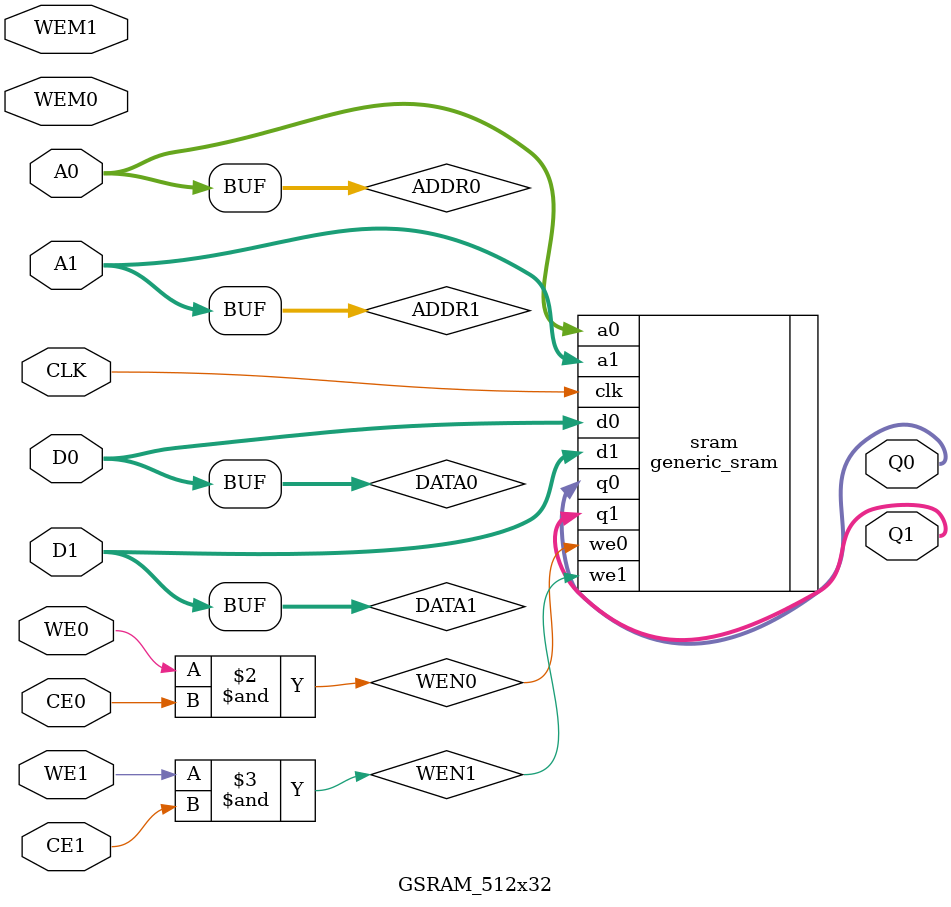
<source format=v>
`timescale 1 ps / 1 ps
module GSRAM_512x32( CLK, A0, D0, Q0, WE0, WEM0, CE0, A1, D1, Q1, WE1, WEM1, CE1 );

    input CLK;
    input [8:0] A0;
    input [31:0] D0;
    output [31:0] Q0;
    input WE0;
    input [31:0] WEM0;
    input CE0;
    input [8:0] A1;
    input [31:0] D1;
    output [31:0] Q1;
    input WE1;
    input [31:0] WEM1;
    input CE1;

    reg [8:0]  ADDR0;
    reg [8:0]  ADDR1;
    reg WEN0;
    reg WEN1;
    reg [31:0] DATA0;
    reg [31:0] DATA1;

    always @(*) begin
	#5
	ADDR0 = A0;
	ADDR1 = A1;
	WEN0 = WE0 & CE0;
	WEN1 = WE1 & CE1;
	DATA0 = D0;
	DATA1 = D1;
    end
  
    // generic SRAM for comp-kernel-only synthesis
    generic_sram
        #(
          .abits(9),
          .dbits(32)
         )
    sram
        (
         .clk(CLK),
         .a0(ADDR0),
         .a1(ADDR1),
         .d0(DATA0),
         .d1(DATA1),
         .q0(Q0),
         .q1(Q1),
         .we0(WEN0),
         .we1(WEN1)
        );

endmodule

</source>
